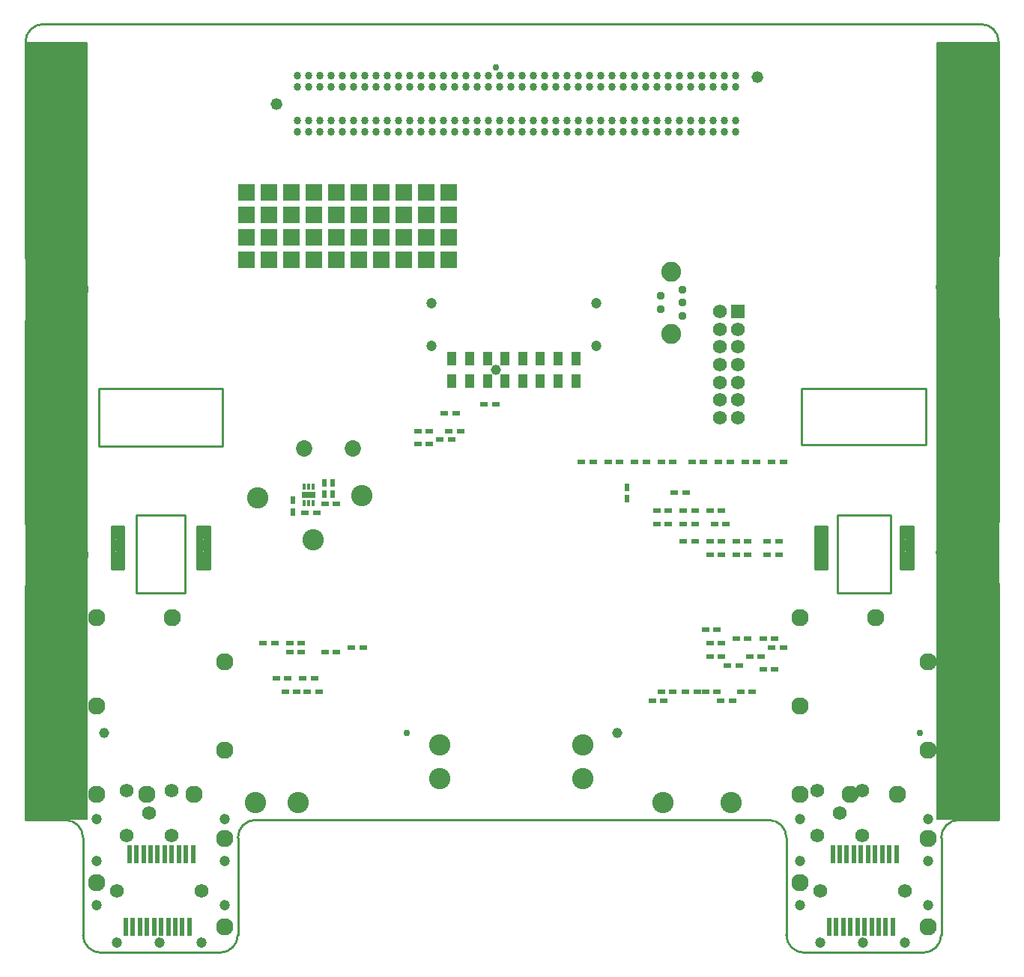
<source format=gbs>
*
*
G04 PADS 9.5 Build Number: 522968 generated Gerber (RS-274-X) file*
G04 PC Version=2.1*
*
%IN "fakeSCROD.pcb"*%
*
%MOIN*%
*
%FSLAX35Y35*%
*
*
*
*
G04 PC Standard Apertures*
*
*
G04 Thermal Relief Aperture macro.*
%AMTER*
1,1,$1,0,0*
1,0,$1-$2,0,0*
21,0,$3,$4,0,0,45*
21,0,$3,$4,0,0,135*
%
*
*
G04 Annular Aperture macro.*
%AMANN*
1,1,$1,0,0*
1,0,$2,0,0*
%
*
*
G04 Odd Aperture macro.*
%AMODD*
1,1,$1,0,0*
1,0,$1-0.005,0,0*
%
*
*
G04 PC Custom Aperture Macros*
*
*
*
*
*
*
G04 PC Aperture Table*
*
%ADD010C,0.001*%
%ADD012C,0.005*%
%ADD013C,0.01*%
%ADD016C,0.095*%
%ADD218C,0.04531*%
%ADD219C,0.02956*%
%ADD220R,0.0335X0.02169*%
%ADD223R,0.02169X0.0335*%
%ADD226R,0.062X0.062*%
%ADD235C,0.062*%
%ADD259C,0.162*%
%ADD270C,0.03743*%
%ADD271C,0.08861*%
%ADD272C,0.07287*%
%ADD273C,0.047*%
%ADD274C,0.077*%
%ADD275C,0.052*%
%ADD279R,0.05987X0.02798*%
%ADD280C,0.04743*%
%ADD281R,0.077X0.077*%
%ADD287R,0.01184X0.03153*%
%ADD290R,0.02169X0.08074*%
%ADD291C,0.01775*%
%ADD292R,0.04137X0.06106*%
%ADD293C,0.034*%
*
*
*
*
G04 PC Circuitry*
G04 Layer Name fakeSCROD.pcb - circuitry*
%LPD*%
*
*
G04 PC Custom Flashes*
G04 Layer Name fakeSCROD.pcb - flashes*
%LPD*%
*
*
G04 PC Circuitry*
G04 Layer Name fakeSCROD.pcb - circuitry*
%LPD*%
*
G54D10*
G54D12*
G01X505762Y100250D02*
X532821D01*
Y446207*
X505762*
Y100250*
X100250D02*
X127309D01*
Y446207*
X100250*
Y100250*
X505762Y445750D02*
X532821D01*
X505762Y445250D02*
X532821D01*
X505762Y444750D02*
X532821D01*
X505762Y444250D02*
X532821D01*
X505762Y443750D02*
X532821D01*
X505762Y443250D02*
X532821D01*
X505762Y442750D02*
X532821D01*
X505762Y442250D02*
X532821D01*
X505762Y441750D02*
X532821D01*
X505762Y441250D02*
X532821D01*
X505762Y440750D02*
X532821D01*
X505762Y440250D02*
X532821D01*
X505762Y439750D02*
X532821D01*
X505762Y439250D02*
X532821D01*
X505762Y438750D02*
X532821D01*
X505762Y438250D02*
X532821D01*
X505762Y437750D02*
X532821D01*
X505762Y437250D02*
X532821D01*
X505762Y436750D02*
X532821D01*
X505762Y436250D02*
X532821D01*
X505762Y435750D02*
X532821D01*
X505762Y435250D02*
X532821D01*
X505762Y434750D02*
X532821D01*
X505762Y434250D02*
X532821D01*
X505762Y433750D02*
X532821D01*
X505762Y433250D02*
X532821D01*
X505762Y432750D02*
X532821D01*
X505762Y432250D02*
X532821D01*
X505762Y431750D02*
X532821D01*
X505762Y431250D02*
X532821D01*
X505762Y430750D02*
X532821D01*
X505762Y430250D02*
X532821D01*
X505762Y429750D02*
X532821D01*
X505762Y429250D02*
X532821D01*
X505762Y428750D02*
X532821D01*
X505762Y428250D02*
X532821D01*
X505762Y427750D02*
X532821D01*
X505762Y427250D02*
X532821D01*
X505762Y426750D02*
X532821D01*
X505762Y426250D02*
X532821D01*
X505762Y425750D02*
X532821D01*
X505762Y425250D02*
X532821D01*
X505762Y424750D02*
X532821D01*
X505762Y424250D02*
X532821D01*
X505762Y423750D02*
X532821D01*
X505762Y423250D02*
X532821D01*
X505762Y422750D02*
X532821D01*
X505762Y422250D02*
X532821D01*
X505762Y421750D02*
X532821D01*
X505762Y421250D02*
X532821D01*
X505762Y420750D02*
X532821D01*
X505762Y420250D02*
X532821D01*
X505762Y419750D02*
X532821D01*
X505762Y419250D02*
X532821D01*
X505762Y418750D02*
X532821D01*
X505762Y418250D02*
X532821D01*
X505762Y417750D02*
X532821D01*
X505762Y417250D02*
X532821D01*
X505762Y416750D02*
X532821D01*
X505762Y416250D02*
X532821D01*
X505762Y415750D02*
X532821D01*
X505762Y415250D02*
X532821D01*
X505762Y414750D02*
X532821D01*
X505762Y414250D02*
X532821D01*
X505762Y413750D02*
X532821D01*
X505762Y413250D02*
X532821D01*
X505762Y412750D02*
X532821D01*
X505762Y412250D02*
X532821D01*
X505762Y411750D02*
X532821D01*
X505762Y411250D02*
X532821D01*
X505762Y410750D02*
X532821D01*
X505762Y410250D02*
X532821D01*
X505762Y409750D02*
X532821D01*
X505762Y409250D02*
X532821D01*
X505762Y408750D02*
X532821D01*
X505762Y408250D02*
X532821D01*
X505762Y407750D02*
X532821D01*
X505762Y407250D02*
X532821D01*
X505762Y406750D02*
X532821D01*
X505762Y406250D02*
X532821D01*
X505762Y405750D02*
X532821D01*
X505762Y405250D02*
X532821D01*
X505762Y404750D02*
X532821D01*
X505762Y404250D02*
X532821D01*
X505762Y403750D02*
X532821D01*
X505762Y403250D02*
X532821D01*
X505762Y402750D02*
X532821D01*
X505762Y402250D02*
X532821D01*
X505762Y401750D02*
X532821D01*
X505762Y401250D02*
X532821D01*
X505762Y400750D02*
X532821D01*
X505762Y400250D02*
X532821D01*
X505762Y399750D02*
X532821D01*
X505762Y399250D02*
X532821D01*
X505762Y398750D02*
X532821D01*
X505762Y398250D02*
X532821D01*
X505762Y397750D02*
X532821D01*
X505762Y397250D02*
X532821D01*
X505762Y396750D02*
X532821D01*
X505762Y396250D02*
X532821D01*
X505762Y395750D02*
X532821D01*
X505762Y395250D02*
X532821D01*
X505762Y394750D02*
X532821D01*
X505762Y394250D02*
X532821D01*
X505762Y393750D02*
X532821D01*
X505762Y393250D02*
X532821D01*
X505762Y392750D02*
X532821D01*
X505762Y392250D02*
X532821D01*
X505762Y391750D02*
X532821D01*
X505762Y391250D02*
X532821D01*
X505762Y390750D02*
X532821D01*
X505762Y390250D02*
X532821D01*
X505762Y389750D02*
X532821D01*
X505762Y389250D02*
X532821D01*
X505762Y388750D02*
X532821D01*
X505762Y388250D02*
X532821D01*
X505762Y387750D02*
X532821D01*
X505762Y387250D02*
X532821D01*
X505762Y386750D02*
X532821D01*
X505762Y386250D02*
X532821D01*
X505762Y385750D02*
X532821D01*
X505762Y385250D02*
X532821D01*
X505762Y384750D02*
X532821D01*
X505762Y384250D02*
X532821D01*
X505762Y383750D02*
X532821D01*
X505762Y383250D02*
X532821D01*
X505762Y382750D02*
X532821D01*
X505762Y382250D02*
X532821D01*
X505762Y381750D02*
X532821D01*
X505762Y381250D02*
X532821D01*
X505762Y380750D02*
X532821D01*
X505762Y380250D02*
X532821D01*
X505762Y379750D02*
X532821D01*
X505762Y379250D02*
X532821D01*
X505762Y378750D02*
X532821D01*
X505762Y378250D02*
X532821D01*
X505762Y377750D02*
X532821D01*
X505762Y377250D02*
X532821D01*
X505762Y376750D02*
X532821D01*
X505762Y376250D02*
X532821D01*
X505762Y375750D02*
X532821D01*
X505762Y375250D02*
X532821D01*
X505762Y374750D02*
X532821D01*
X505762Y374250D02*
X532821D01*
X505762Y373750D02*
X532821D01*
X505762Y373250D02*
X532821D01*
X505762Y372750D02*
X532821D01*
X505762Y372250D02*
X532821D01*
X505762Y371750D02*
X532821D01*
X505762Y371250D02*
X532821D01*
X505762Y370750D02*
X532821D01*
X505762Y370250D02*
X532821D01*
X505762Y369750D02*
X532821D01*
X505762Y369250D02*
X532821D01*
X505762Y368750D02*
X532821D01*
X505762Y368250D02*
X532821D01*
X505762Y367750D02*
X532821D01*
X505762Y367250D02*
X532821D01*
X505762Y366750D02*
X532821D01*
X505762Y366250D02*
X532821D01*
X505762Y365750D02*
X532821D01*
X505762Y365250D02*
X532821D01*
X505762Y364750D02*
X532821D01*
X505762Y364250D02*
X532821D01*
X505762Y363750D02*
X532821D01*
X505762Y363250D02*
X532821D01*
X505762Y362750D02*
X532821D01*
X505762Y362250D02*
X532821D01*
X505762Y361750D02*
X532821D01*
X505762Y361250D02*
X532821D01*
X505762Y360750D02*
X532821D01*
X505762Y360250D02*
X532821D01*
X505762Y359750D02*
X532821D01*
X505762Y359250D02*
X532821D01*
X505762Y358750D02*
X532821D01*
X505762Y358250D02*
X532821D01*
X505762Y357750D02*
X532821D01*
X505762Y357250D02*
X532821D01*
X505762Y356750D02*
X532821D01*
X505762Y356250D02*
X532821D01*
X505762Y355750D02*
X532821D01*
X505762Y355250D02*
X532821D01*
X505762Y354750D02*
X532821D01*
X505762Y354250D02*
X532821D01*
X505762Y353750D02*
X532821D01*
X505762Y353250D02*
X532821D01*
X505762Y352750D02*
X532821D01*
X505762Y352250D02*
X532821D01*
X505762Y351750D02*
X532821D01*
X505762Y351250D02*
X532821D01*
X505762Y350750D02*
X532821D01*
X505762Y350250D02*
X532821D01*
X505762Y349750D02*
X532821D01*
X505762Y349250D02*
X532821D01*
X505762Y348750D02*
X532821D01*
X505762Y348250D02*
X532821D01*
X505762Y347750D02*
X532821D01*
X505762Y347250D02*
X532821D01*
X505762Y346750D02*
X532821D01*
X505762Y346250D02*
X532821D01*
X505762Y345750D02*
X532821D01*
X505762Y345250D02*
X532821D01*
X505762Y344750D02*
X532821D01*
X505762Y344250D02*
X532821D01*
X505762Y343750D02*
X532821D01*
X505762Y343250D02*
X532821D01*
X505762Y342750D02*
X532821D01*
X505762Y342250D02*
X532821D01*
X505762Y341750D02*
X532821D01*
X505762Y341250D02*
X532821D01*
X505762Y340750D02*
X532821D01*
X505762Y340250D02*
X532821D01*
X505762Y339750D02*
X532821D01*
X505762Y339250D02*
X532821D01*
X505762Y338750D02*
X532821D01*
X505762Y338250D02*
X532821D01*
X505762Y337750D02*
X532821D01*
X505762Y337250D02*
X532821D01*
X505762Y336750D02*
X532821D01*
X505762Y336250D02*
X532821D01*
X505762Y335750D02*
X532821D01*
X505762Y335250D02*
X532821D01*
X505762Y334750D02*
X532821D01*
X505762Y334250D02*
X532821D01*
X505762Y333750D02*
X532821D01*
X505762Y333250D02*
X532821D01*
X505762Y332750D02*
X532821D01*
X505762Y332250D02*
X532821D01*
X505762Y331750D02*
X532821D01*
X505762Y331250D02*
X532821D01*
X505762Y330750D02*
X532821D01*
X505762Y330250D02*
X532821D01*
X505762Y329750D02*
X532821D01*
X505762Y329250D02*
X532821D01*
X505762Y328750D02*
X532821D01*
X505762Y328250D02*
X532821D01*
X505762Y327750D02*
X532821D01*
X505762Y327250D02*
X532821D01*
X505762Y326750D02*
X532821D01*
X505762Y326250D02*
X532821D01*
X505762Y325750D02*
X532821D01*
X505762Y325250D02*
X532821D01*
X505762Y324750D02*
X532821D01*
X505762Y324250D02*
X532821D01*
X505762Y323750D02*
X532821D01*
X505762Y323250D02*
X532821D01*
X505762Y322750D02*
X532821D01*
X505762Y322250D02*
X532821D01*
X505762Y321750D02*
X532821D01*
X505762Y321250D02*
X532821D01*
X505762Y320750D02*
X532821D01*
X505762Y320250D02*
X532821D01*
X505762Y319750D02*
X532821D01*
X505762Y319250D02*
X532821D01*
X505762Y318750D02*
X532821D01*
X505762Y318250D02*
X532821D01*
X505762Y317750D02*
X532821D01*
X505762Y317250D02*
X532821D01*
X505762Y316750D02*
X532821D01*
X505762Y316250D02*
X532821D01*
X505762Y315750D02*
X532821D01*
X505762Y315250D02*
X532821D01*
X505762Y314750D02*
X532821D01*
X505762Y314250D02*
X532821D01*
X505762Y313750D02*
X532821D01*
X505762Y313250D02*
X532821D01*
X505762Y312750D02*
X532821D01*
X505762Y312250D02*
X532821D01*
X505762Y311750D02*
X532821D01*
X505762Y311250D02*
X532821D01*
X505762Y310750D02*
X532821D01*
X505762Y310250D02*
X532821D01*
X505762Y309750D02*
X532821D01*
X505762Y309250D02*
X532821D01*
X505762Y308750D02*
X532821D01*
X505762Y308250D02*
X532821D01*
X505762Y307750D02*
X532821D01*
X505762Y307250D02*
X532821D01*
X505762Y306750D02*
X532821D01*
X505762Y306250D02*
X532821D01*
X505762Y305750D02*
X532821D01*
X505762Y305250D02*
X532821D01*
X505762Y304750D02*
X532821D01*
X505762Y304250D02*
X532821D01*
X505762Y303750D02*
X532821D01*
X505762Y303250D02*
X532821D01*
X505762Y302750D02*
X532821D01*
X505762Y302250D02*
X532821D01*
X505762Y301750D02*
X532821D01*
X505762Y301250D02*
X532821D01*
X505762Y300750D02*
X532821D01*
X505762Y300250D02*
X532821D01*
X505762Y299750D02*
X532821D01*
X505762Y299250D02*
X532821D01*
X505762Y298750D02*
X532821D01*
X505762Y298250D02*
X532821D01*
X505762Y297750D02*
X532821D01*
X505762Y297250D02*
X532821D01*
X505762Y296750D02*
X532821D01*
X505762Y296250D02*
X532821D01*
X505762Y295750D02*
X532821D01*
X505762Y295250D02*
X532821D01*
X505762Y294750D02*
X532821D01*
X505762Y294250D02*
X532821D01*
X505762Y293750D02*
X532821D01*
X505762Y293250D02*
X532821D01*
X505762Y292750D02*
X532821D01*
X505762Y292250D02*
X532821D01*
X505762Y291750D02*
X532821D01*
X505762Y291250D02*
X532821D01*
X505762Y290750D02*
X532821D01*
X505762Y290250D02*
X532821D01*
X505762Y289750D02*
X532821D01*
X505762Y289250D02*
X532821D01*
X505762Y288750D02*
X532821D01*
X505762Y288250D02*
X532821D01*
X505762Y287750D02*
X532821D01*
X505762Y287250D02*
X532821D01*
X505762Y286750D02*
X532821D01*
X505762Y286250D02*
X532821D01*
X505762Y285750D02*
X532821D01*
X505762Y285250D02*
X532821D01*
X505762Y284750D02*
X532821D01*
X505762Y284250D02*
X532821D01*
X505762Y283750D02*
X532821D01*
X505762Y283250D02*
X532821D01*
X505762Y282750D02*
X532821D01*
X505762Y282250D02*
X532821D01*
X505762Y281750D02*
X532821D01*
X505762Y281250D02*
X532821D01*
X505762Y280750D02*
X532821D01*
X505762Y280250D02*
X532821D01*
X505762Y279750D02*
X532821D01*
X505762Y279250D02*
X532821D01*
X505762Y278750D02*
X532821D01*
X505762Y278250D02*
X532821D01*
X505762Y277750D02*
X532821D01*
X505762Y277250D02*
X532821D01*
X505762Y276750D02*
X532821D01*
X505762Y276250D02*
X532821D01*
X505762Y275750D02*
X532821D01*
X505762Y275250D02*
X532821D01*
X505762Y274750D02*
X532821D01*
X505762Y274250D02*
X532821D01*
X505762Y273750D02*
X532821D01*
X505762Y273250D02*
X532821D01*
X505762Y272750D02*
X532821D01*
X505762Y272250D02*
X532821D01*
X505762Y271750D02*
X532821D01*
X505762Y271250D02*
X532821D01*
X505762Y270750D02*
X532821D01*
X505762Y270250D02*
X532821D01*
X505762Y269750D02*
X532821D01*
X505762Y269250D02*
X532821D01*
X505762Y268750D02*
X532821D01*
X505762Y268250D02*
X532821D01*
X505762Y267750D02*
X532821D01*
X505762Y267250D02*
X532821D01*
X505762Y266750D02*
X532821D01*
X505762Y266250D02*
X532821D01*
X505762Y265750D02*
X532821D01*
X505762Y265250D02*
X532821D01*
X505762Y264750D02*
X532821D01*
X505762Y264250D02*
X532821D01*
X505762Y263750D02*
X532821D01*
X505762Y263250D02*
X532821D01*
X505762Y262750D02*
X532821D01*
X505762Y262250D02*
X532821D01*
X505762Y261750D02*
X532821D01*
X505762Y261250D02*
X532821D01*
X505762Y260750D02*
X532821D01*
X505762Y260250D02*
X532821D01*
X505762Y259750D02*
X532821D01*
X505762Y259250D02*
X532821D01*
X505762Y258750D02*
X532821D01*
X505762Y258250D02*
X532821D01*
X505762Y257750D02*
X532821D01*
X505762Y257250D02*
X532821D01*
X505762Y256750D02*
X532821D01*
X505762Y256250D02*
X532821D01*
X505762Y255750D02*
X532821D01*
X505762Y255250D02*
X532821D01*
X505762Y254750D02*
X532821D01*
X505762Y254250D02*
X532821D01*
X505762Y253750D02*
X532821D01*
X505762Y253250D02*
X532821D01*
X505762Y252750D02*
X532821D01*
X505762Y252250D02*
X532821D01*
X505762Y251750D02*
X532821D01*
X505762Y251250D02*
X532821D01*
X505762Y250750D02*
X532821D01*
X505762Y250250D02*
X532821D01*
X505762Y249750D02*
X532821D01*
X505762Y249250D02*
X532821D01*
X505762Y248750D02*
X532821D01*
X505762Y248250D02*
X532821D01*
X505762Y247750D02*
X532821D01*
X505762Y247250D02*
X532821D01*
X505762Y246750D02*
X532821D01*
X505762Y246250D02*
X532821D01*
X505762Y245750D02*
X532821D01*
X505762Y245250D02*
X532821D01*
X505762Y244750D02*
X532821D01*
X505762Y244250D02*
X532821D01*
X505762Y243750D02*
X532821D01*
X505762Y243250D02*
X532821D01*
X505762Y242750D02*
X532821D01*
X505762Y242250D02*
X532821D01*
X505762Y241750D02*
X532821D01*
X505762Y241250D02*
X532821D01*
X505762Y240750D02*
X532821D01*
X505762Y240250D02*
X532821D01*
X505762Y239750D02*
X532821D01*
X505762Y239250D02*
X532821D01*
X505762Y238750D02*
X532821D01*
X505762Y238250D02*
X532821D01*
X505762Y237750D02*
X532821D01*
X505762Y237250D02*
X532821D01*
X505762Y236750D02*
X532821D01*
X505762Y236250D02*
X532821D01*
X505762Y235750D02*
X532821D01*
X505762Y235250D02*
X532821D01*
X505762Y234750D02*
X532821D01*
X505762Y234250D02*
X532821D01*
X505762Y233750D02*
X532821D01*
X505762Y233250D02*
X532821D01*
X505762Y232750D02*
X532821D01*
X505762Y232250D02*
X532821D01*
X505762Y231750D02*
X532821D01*
X505762Y231250D02*
X532821D01*
X505762Y230750D02*
X532821D01*
X505762Y230250D02*
X532821D01*
X505762Y229750D02*
X532821D01*
X505762Y229250D02*
X532821D01*
X505762Y228750D02*
X532821D01*
X505762Y228250D02*
X532821D01*
X505762Y227750D02*
X532821D01*
X505762Y227250D02*
X532821D01*
X505762Y226750D02*
X532821D01*
X505762Y226250D02*
X532821D01*
X505762Y225750D02*
X532821D01*
X505762Y225250D02*
X532821D01*
X505762Y224750D02*
X532821D01*
X505762Y224250D02*
X532821D01*
X505762Y223750D02*
X532821D01*
X505762Y223250D02*
X532821D01*
X505762Y222750D02*
X532821D01*
X505762Y222250D02*
X532821D01*
X505762Y221750D02*
X532821D01*
X505762Y221250D02*
X532821D01*
X505762Y220750D02*
X532821D01*
X505762Y220250D02*
X532821D01*
X505762Y219750D02*
X532821D01*
X505762Y219250D02*
X532821D01*
X505762Y218750D02*
X532821D01*
X505762Y218250D02*
X532821D01*
X505762Y217750D02*
X532821D01*
X505762Y217250D02*
X532821D01*
X505762Y216750D02*
X532821D01*
X505762Y216250D02*
X532821D01*
X505762Y215750D02*
X532821D01*
X505762Y215250D02*
X532821D01*
X505762Y214750D02*
X532821D01*
X505762Y214250D02*
X532821D01*
X505762Y213750D02*
X532821D01*
X505762Y213250D02*
X532821D01*
X505762Y212750D02*
X532821D01*
X505762Y212250D02*
X532821D01*
X505762Y211750D02*
X532821D01*
X505762Y211250D02*
X532821D01*
X505762Y210750D02*
X532821D01*
X505762Y210250D02*
X532821D01*
X505762Y209750D02*
X532821D01*
X505762Y209250D02*
X532821D01*
X505762Y208750D02*
X532821D01*
X505762Y208250D02*
X532821D01*
X505762Y207750D02*
X532821D01*
X505762Y207250D02*
X532821D01*
X505762Y206750D02*
X532821D01*
X505762Y206250D02*
X532821D01*
X505762Y205750D02*
X532821D01*
X505762Y205250D02*
X532821D01*
X505762Y204750D02*
X532821D01*
X505762Y204250D02*
X532821D01*
X505762Y203750D02*
X532821D01*
X505762Y203250D02*
X532821D01*
X505762Y202750D02*
X532821D01*
X505762Y202250D02*
X532821D01*
X505762Y201750D02*
X532821D01*
X505762Y201250D02*
X532821D01*
X505762Y200750D02*
X532821D01*
X505762Y200250D02*
X532821D01*
X505762Y199750D02*
X532821D01*
X505762Y199250D02*
X532821D01*
X505762Y198750D02*
X532821D01*
X505762Y198250D02*
X532821D01*
X505762Y197750D02*
X532821D01*
X505762Y197250D02*
X532821D01*
X505762Y196750D02*
X532821D01*
X505762Y196250D02*
X532821D01*
X505762Y195750D02*
X532821D01*
X505762Y195250D02*
X532821D01*
X505762Y194750D02*
X532821D01*
X505762Y194250D02*
X532821D01*
X505762Y193750D02*
X532821D01*
X505762Y193250D02*
X532821D01*
X505762Y192750D02*
X532821D01*
X505762Y192250D02*
X532821D01*
X505762Y191750D02*
X532821D01*
X505762Y191250D02*
X532821D01*
X505762Y190750D02*
X532821D01*
X505762Y190250D02*
X532821D01*
X505762Y189750D02*
X532821D01*
X505762Y189250D02*
X532821D01*
X505762Y188750D02*
X532821D01*
X505762Y188250D02*
X532821D01*
X505762Y187750D02*
X532821D01*
X505762Y187250D02*
X532821D01*
X505762Y186750D02*
X532821D01*
X505762Y186250D02*
X532821D01*
X505762Y185750D02*
X532821D01*
X505762Y185250D02*
X532821D01*
X505762Y184750D02*
X532821D01*
X505762Y184250D02*
X532821D01*
X505762Y183750D02*
X532821D01*
X505762Y183250D02*
X532821D01*
X505762Y182750D02*
X532821D01*
X505762Y182250D02*
X532821D01*
X505762Y181750D02*
X532821D01*
X505762Y181250D02*
X532821D01*
X505762Y180750D02*
X532821D01*
X505762Y180250D02*
X532821D01*
X505762Y179750D02*
X532821D01*
X505762Y179250D02*
X532821D01*
X505762Y178750D02*
X532821D01*
X505762Y178250D02*
X532821D01*
X505762Y177750D02*
X532821D01*
X505762Y177250D02*
X532821D01*
X505762Y176750D02*
X532821D01*
X505762Y176250D02*
X532821D01*
X505762Y175750D02*
X532821D01*
X505762Y175250D02*
X532821D01*
X505762Y174750D02*
X532821D01*
X505762Y174250D02*
X532821D01*
X505762Y173750D02*
X532821D01*
X505762Y173250D02*
X532821D01*
X505762Y172750D02*
X532821D01*
X505762Y172250D02*
X532821D01*
X505762Y171750D02*
X532821D01*
X505762Y171250D02*
X532821D01*
X505762Y170750D02*
X532821D01*
X505762Y170250D02*
X532821D01*
X505762Y169750D02*
X532821D01*
X505762Y169250D02*
X532821D01*
X505762Y168750D02*
X532821D01*
X505762Y168250D02*
X532821D01*
X505762Y167750D02*
X532821D01*
X505762Y167250D02*
X532821D01*
X505762Y166750D02*
X532821D01*
X505762Y166250D02*
X532821D01*
X505762Y165750D02*
X532821D01*
X505762Y165250D02*
X532821D01*
X505762Y164750D02*
X532821D01*
X505762Y164250D02*
X532821D01*
X505762Y163750D02*
X532821D01*
X505762Y163250D02*
X532821D01*
X505762Y162750D02*
X532821D01*
X505762Y162250D02*
X532821D01*
X505762Y161750D02*
X532821D01*
X505762Y161250D02*
X532821D01*
X505762Y160750D02*
X532821D01*
X505762Y160250D02*
X532821D01*
X505762Y159750D02*
X532821D01*
X505762Y159250D02*
X532821D01*
X505762Y158750D02*
X532821D01*
X505762Y158250D02*
X532821D01*
X505762Y157750D02*
X532821D01*
X505762Y157250D02*
X532821D01*
X505762Y156750D02*
X532821D01*
X505762Y156250D02*
X532821D01*
X505762Y155750D02*
X532821D01*
X505762Y155250D02*
X532821D01*
X505762Y154750D02*
X532821D01*
X505762Y154250D02*
X532821D01*
X505762Y153750D02*
X532821D01*
X505762Y153250D02*
X532821D01*
X505762Y152750D02*
X532821D01*
X505762Y152250D02*
X532821D01*
X505762Y151750D02*
X532821D01*
X505762Y151250D02*
X532821D01*
X505762Y150750D02*
X532821D01*
X505762Y150250D02*
X532821D01*
X505762Y149750D02*
X532821D01*
X505762Y149250D02*
X532821D01*
X505762Y148750D02*
X532821D01*
X505762Y148250D02*
X532821D01*
X505762Y147750D02*
X532821D01*
X505762Y147250D02*
X532821D01*
X505762Y146750D02*
X532821D01*
X505762Y146250D02*
X532821D01*
X505762Y145750D02*
X532821D01*
X505762Y145250D02*
X532821D01*
X505762Y144750D02*
X532821D01*
X505762Y144250D02*
X532821D01*
X505762Y143750D02*
X532821D01*
X505762Y143250D02*
X532821D01*
X505762Y142750D02*
X532821D01*
X505762Y142250D02*
X532821D01*
X505762Y141750D02*
X532821D01*
X505762Y141250D02*
X532821D01*
X505762Y140750D02*
X532821D01*
X505762Y140250D02*
X532821D01*
X505762Y139750D02*
X532821D01*
X505762Y139250D02*
X532821D01*
X505762Y138750D02*
X532821D01*
X505762Y138250D02*
X532821D01*
X505762Y137750D02*
X532821D01*
X505762Y137250D02*
X532821D01*
X505762Y136750D02*
X532821D01*
X505762Y136250D02*
X532821D01*
X505762Y135750D02*
X532821D01*
X505762Y135250D02*
X532821D01*
X505762Y134750D02*
X532821D01*
X505762Y134250D02*
X532821D01*
X505762Y133750D02*
X532821D01*
X505762Y133250D02*
X532821D01*
X505762Y132750D02*
X532821D01*
X505762Y132250D02*
X532821D01*
X505762Y131750D02*
X532821D01*
X505762Y131250D02*
X532821D01*
X505762Y130750D02*
X532821D01*
X505762Y130250D02*
X532821D01*
X505762Y129750D02*
X532821D01*
X505762Y129250D02*
X532821D01*
X505762Y128750D02*
X532821D01*
X505762Y128250D02*
X532821D01*
X505762Y127750D02*
X532821D01*
X505762Y127250D02*
X532821D01*
X505762Y126750D02*
X532821D01*
X505762Y126250D02*
X532821D01*
X505762Y125750D02*
X532821D01*
X505762Y125250D02*
X532821D01*
X505762Y124750D02*
X532821D01*
X505762Y124250D02*
X532821D01*
X505762Y123750D02*
X532821D01*
X505762Y123250D02*
X532821D01*
X505762Y122750D02*
X532821D01*
X505762Y122250D02*
X532821D01*
X505762Y121750D02*
X532821D01*
X505762Y121250D02*
X532821D01*
X505762Y120750D02*
X532821D01*
X505762Y120250D02*
X532821D01*
X505762Y119750D02*
X532821D01*
X505762Y119250D02*
X532821D01*
X505762Y118750D02*
X532821D01*
X505762Y118250D02*
X532821D01*
X505762Y117750D02*
X532821D01*
X505762Y117250D02*
X532821D01*
X505762Y116750D02*
X532821D01*
X505762Y116250D02*
X532821D01*
X505762Y115750D02*
X532821D01*
X505762Y115250D02*
X532821D01*
X505762Y114750D02*
X532821D01*
X505762Y114250D02*
X532821D01*
X505762Y113750D02*
X532821D01*
X505762Y113250D02*
X532821D01*
X505762Y112750D02*
X532821D01*
X505762Y112250D02*
X532821D01*
X505762Y111750D02*
X532821D01*
X505762Y111250D02*
X532821D01*
X505762Y110750D02*
X532821D01*
X505762Y110250D02*
X532821D01*
X505762Y109750D02*
X532821D01*
X505762Y109250D02*
X532821D01*
X505762Y108750D02*
X532821D01*
X505762Y108250D02*
X532821D01*
X505762Y107750D02*
X532821D01*
X505762Y107250D02*
X532821D01*
X505762Y106750D02*
X532821D01*
X505762Y106250D02*
X532821D01*
X505762Y105750D02*
X532821D01*
X505762Y105250D02*
X532821D01*
X505762Y104750D02*
X532821D01*
X505762Y104250D02*
X532821D01*
X505762Y103750D02*
X532821D01*
X505762Y103250D02*
X532821D01*
X505762Y102750D02*
X532821D01*
X505762Y102250D02*
X532821D01*
X505762Y101750D02*
X532821D01*
X505762Y101250D02*
X532821D01*
X505762Y100750D02*
X532821D01*
X505762Y100250D02*
Y446207D01*
X506262Y100250D02*
Y446207D01*
X506762Y100250D02*
Y446207D01*
X507262Y100250D02*
Y446207D01*
X507762Y100250D02*
Y446207D01*
X508262Y100250D02*
Y446207D01*
X508762Y100250D02*
Y446207D01*
X509262Y100250D02*
Y446207D01*
X509762Y100250D02*
Y446207D01*
X510262Y100250D02*
Y446207D01*
X510762Y100250D02*
Y446207D01*
X511262Y100250D02*
Y446207D01*
X511762Y100250D02*
Y446207D01*
X512262Y100250D02*
Y446207D01*
X512762Y100250D02*
Y446207D01*
X513262Y100250D02*
Y446207D01*
X513762Y100250D02*
Y446207D01*
X514262Y100250D02*
Y446207D01*
X514762Y100250D02*
Y446207D01*
X515262Y100250D02*
Y446207D01*
X515762Y100250D02*
Y446207D01*
X516262Y100250D02*
Y446207D01*
X516762Y100250D02*
Y446207D01*
X517262Y100250D02*
Y446207D01*
X517762Y100250D02*
Y446207D01*
X518262Y100250D02*
Y446207D01*
X518762Y100250D02*
Y446207D01*
X519262Y100250D02*
Y446207D01*
X519762Y100250D02*
Y446207D01*
X520262Y100250D02*
Y446207D01*
X520762Y100250D02*
Y446207D01*
X521262Y100250D02*
Y446207D01*
X521762Y100250D02*
Y446207D01*
X522262Y100250D02*
Y446207D01*
X522762Y100250D02*
Y446207D01*
X523262Y100250D02*
Y446207D01*
X523762Y100250D02*
Y446207D01*
X524262Y100250D02*
Y446207D01*
X524762Y100250D02*
Y446207D01*
X525262Y100250D02*
Y446207D01*
X525762Y100250D02*
Y446207D01*
X526262Y100250D02*
Y446207D01*
X526762Y100250D02*
Y446207D01*
X527262Y100250D02*
Y446207D01*
X527762Y100250D02*
Y446207D01*
X528262Y100250D02*
Y446207D01*
X528762Y100250D02*
Y446207D01*
X529262Y100250D02*
Y446207D01*
X529762Y100250D02*
Y446207D01*
X530262Y100250D02*
Y446207D01*
X530762Y100250D02*
Y446207D01*
X531262Y100250D02*
Y446207D01*
X531762Y100250D02*
Y446207D01*
X532262Y100250D02*
Y446207D01*
X532762Y100250D02*
Y446207D01*
X100250Y445750D02*
X127309D01*
X100250Y445250D02*
X127309D01*
X100250Y444750D02*
X127309D01*
X100250Y444250D02*
X127309D01*
X100250Y443750D02*
X127309D01*
X100250Y443250D02*
X127309D01*
X100250Y442750D02*
X127309D01*
X100250Y442250D02*
X127309D01*
X100250Y441750D02*
X127309D01*
X100250Y441250D02*
X127309D01*
X100250Y440750D02*
X127309D01*
X100250Y440250D02*
X127309D01*
X100250Y439750D02*
X127309D01*
X100250Y439250D02*
X127309D01*
X100250Y438750D02*
X127309D01*
X100250Y438250D02*
X127309D01*
X100250Y437750D02*
X127309D01*
X100250Y437250D02*
X127309D01*
X100250Y436750D02*
X127309D01*
X100250Y436250D02*
X127309D01*
X100250Y435750D02*
X127309D01*
X100250Y435250D02*
X127309D01*
X100250Y434750D02*
X127309D01*
X100250Y434250D02*
X127309D01*
X100250Y433750D02*
X127309D01*
X100250Y433250D02*
X127309D01*
X100250Y432750D02*
X127309D01*
X100250Y432250D02*
X127309D01*
X100250Y431750D02*
X127309D01*
X100250Y431250D02*
X127309D01*
X100250Y430750D02*
X127309D01*
X100250Y430250D02*
X127309D01*
X100250Y429750D02*
X127309D01*
X100250Y429250D02*
X127309D01*
X100250Y428750D02*
X127309D01*
X100250Y428250D02*
X127309D01*
X100250Y427750D02*
X127309D01*
X100250Y427250D02*
X127309D01*
X100250Y426750D02*
X127309D01*
X100250Y426250D02*
X127309D01*
X100250Y425750D02*
X127309D01*
X100250Y425250D02*
X127309D01*
X100250Y424750D02*
X127309D01*
X100250Y424250D02*
X127309D01*
X100250Y423750D02*
X127309D01*
X100250Y423250D02*
X127309D01*
X100250Y422750D02*
X127309D01*
X100250Y422250D02*
X127309D01*
X100250Y421750D02*
X127309D01*
X100250Y421250D02*
X127309D01*
X100250Y420750D02*
X127309D01*
X100250Y420250D02*
X127309D01*
X100250Y419750D02*
X127309D01*
X100250Y419250D02*
X127309D01*
X100250Y418750D02*
X127309D01*
X100250Y418250D02*
X127309D01*
X100250Y417750D02*
X127309D01*
X100250Y417250D02*
X127309D01*
X100250Y416750D02*
X127309D01*
X100250Y416250D02*
X127309D01*
X100250Y415750D02*
X127309D01*
X100250Y415250D02*
X127309D01*
X100250Y414750D02*
X127309D01*
X100250Y414250D02*
X127309D01*
X100250Y413750D02*
X127309D01*
X100250Y413250D02*
X127309D01*
X100250Y412750D02*
X127309D01*
X100250Y412250D02*
X127309D01*
X100250Y411750D02*
X127309D01*
X100250Y411250D02*
X127309D01*
X100250Y410750D02*
X127309D01*
X100250Y410250D02*
X127309D01*
X100250Y409750D02*
X127309D01*
X100250Y409250D02*
X127309D01*
X100250Y408750D02*
X127309D01*
X100250Y408250D02*
X127309D01*
X100250Y407750D02*
X127309D01*
X100250Y407250D02*
X127309D01*
X100250Y406750D02*
X127309D01*
X100250Y406250D02*
X127309D01*
X100250Y405750D02*
X127309D01*
X100250Y405250D02*
X127309D01*
X100250Y404750D02*
X127309D01*
X100250Y404250D02*
X127309D01*
X100250Y403750D02*
X127309D01*
X100250Y403250D02*
X127309D01*
X100250Y402750D02*
X127309D01*
X100250Y402250D02*
X127309D01*
X100250Y401750D02*
X127309D01*
X100250Y401250D02*
X127309D01*
X100250Y400750D02*
X127309D01*
X100250Y400250D02*
X127309D01*
X100250Y399750D02*
X127309D01*
X100250Y399250D02*
X127309D01*
X100250Y398750D02*
X127309D01*
X100250Y398250D02*
X127309D01*
X100250Y397750D02*
X127309D01*
X100250Y397250D02*
X127309D01*
X100250Y396750D02*
X127309D01*
X100250Y396250D02*
X127309D01*
X100250Y395750D02*
X127309D01*
X100250Y395250D02*
X127309D01*
X100250Y394750D02*
X127309D01*
X100250Y394250D02*
X127309D01*
X100250Y393750D02*
X127309D01*
X100250Y393250D02*
X127309D01*
X100250Y392750D02*
X127309D01*
X100250Y392250D02*
X127309D01*
X100250Y391750D02*
X127309D01*
X100250Y391250D02*
X127309D01*
X100250Y390750D02*
X127309D01*
X100250Y390250D02*
X127309D01*
X100250Y389750D02*
X127309D01*
X100250Y389250D02*
X127309D01*
X100250Y388750D02*
X127309D01*
X100250Y388250D02*
X127309D01*
X100250Y387750D02*
X127309D01*
X100250Y387250D02*
X127309D01*
X100250Y386750D02*
X127309D01*
X100250Y386250D02*
X127309D01*
X100250Y385750D02*
X127309D01*
X100250Y385250D02*
X127309D01*
X100250Y384750D02*
X127309D01*
X100250Y384250D02*
X127309D01*
X100250Y383750D02*
X127309D01*
X100250Y383250D02*
X127309D01*
X100250Y382750D02*
X127309D01*
X100250Y382250D02*
X127309D01*
X100250Y381750D02*
X127309D01*
X100250Y381250D02*
X127309D01*
X100250Y380750D02*
X127309D01*
X100250Y380250D02*
X127309D01*
X100250Y379750D02*
X127309D01*
X100250Y379250D02*
X127309D01*
X100250Y378750D02*
X127309D01*
X100250Y378250D02*
X127309D01*
X100250Y377750D02*
X127309D01*
X100250Y377250D02*
X127309D01*
X100250Y376750D02*
X127309D01*
X100250Y376250D02*
X127309D01*
X100250Y375750D02*
X127309D01*
X100250Y375250D02*
X127309D01*
X100250Y374750D02*
X127309D01*
X100250Y374250D02*
X127309D01*
X100250Y373750D02*
X127309D01*
X100250Y373250D02*
X127309D01*
X100250Y372750D02*
X127309D01*
X100250Y372250D02*
X127309D01*
X100250Y371750D02*
X127309D01*
X100250Y371250D02*
X127309D01*
X100250Y370750D02*
X127309D01*
X100250Y370250D02*
X127309D01*
X100250Y369750D02*
X127309D01*
X100250Y369250D02*
X127309D01*
X100250Y368750D02*
X127309D01*
X100250Y368250D02*
X127309D01*
X100250Y367750D02*
X127309D01*
X100250Y367250D02*
X127309D01*
X100250Y366750D02*
X127309D01*
X100250Y366250D02*
X127309D01*
X100250Y365750D02*
X127309D01*
X100250Y365250D02*
X127309D01*
X100250Y364750D02*
X127309D01*
X100250Y364250D02*
X127309D01*
X100250Y363750D02*
X127309D01*
X100250Y363250D02*
X127309D01*
X100250Y362750D02*
X127309D01*
X100250Y362250D02*
X127309D01*
X100250Y361750D02*
X127309D01*
X100250Y361250D02*
X127309D01*
X100250Y360750D02*
X127309D01*
X100250Y360250D02*
X127309D01*
X100250Y359750D02*
X127309D01*
X100250Y359250D02*
X127309D01*
X100250Y358750D02*
X127309D01*
X100250Y358250D02*
X127309D01*
X100250Y357750D02*
X127309D01*
X100250Y357250D02*
X127309D01*
X100250Y356750D02*
X127309D01*
X100250Y356250D02*
X127309D01*
X100250Y355750D02*
X127309D01*
X100250Y355250D02*
X127309D01*
X100250Y354750D02*
X127309D01*
X100250Y354250D02*
X127309D01*
X100250Y353750D02*
X127309D01*
X100250Y353250D02*
X127309D01*
X100250Y352750D02*
X127309D01*
X100250Y352250D02*
X127309D01*
X100250Y351750D02*
X127309D01*
X100250Y351250D02*
X127309D01*
X100250Y350750D02*
X127309D01*
X100250Y350250D02*
X127309D01*
X100250Y349750D02*
X127309D01*
X100250Y349250D02*
X127309D01*
X100250Y348750D02*
X127309D01*
X100250Y348250D02*
X127309D01*
X100250Y347750D02*
X127309D01*
X100250Y347250D02*
X127309D01*
X100250Y346750D02*
X127309D01*
X100250Y346250D02*
X127309D01*
X100250Y345750D02*
X127309D01*
X100250Y345250D02*
X127309D01*
X100250Y344750D02*
X127309D01*
X100250Y344250D02*
X127309D01*
X100250Y343750D02*
X127309D01*
X100250Y343250D02*
X127309D01*
X100250Y342750D02*
X127309D01*
X100250Y342250D02*
X127309D01*
X100250Y341750D02*
X127309D01*
X100250Y341250D02*
X127309D01*
X100250Y340750D02*
X127309D01*
X100250Y340250D02*
X127309D01*
X100250Y339750D02*
X127309D01*
X100250Y339250D02*
X127309D01*
X100250Y338750D02*
X127309D01*
X100250Y338250D02*
X127309D01*
X100250Y337750D02*
X127309D01*
X100250Y337250D02*
X127309D01*
X100250Y336750D02*
X127309D01*
X100250Y336250D02*
X127309D01*
X100250Y335750D02*
X127309D01*
X100250Y335250D02*
X127309D01*
X100250Y334750D02*
X127309D01*
X100250Y334250D02*
X127309D01*
X100250Y333750D02*
X127309D01*
X100250Y333250D02*
X127309D01*
X100250Y332750D02*
X127309D01*
X100250Y332250D02*
X127309D01*
X100250Y331750D02*
X127309D01*
X100250Y331250D02*
X127309D01*
X100250Y330750D02*
X127309D01*
X100250Y330250D02*
X127309D01*
X100250Y329750D02*
X127309D01*
X100250Y329250D02*
X127309D01*
X100250Y328750D02*
X127309D01*
X100250Y328250D02*
X127309D01*
X100250Y327750D02*
X127309D01*
X100250Y327250D02*
X127309D01*
X100250Y326750D02*
X127309D01*
X100250Y326250D02*
X127309D01*
X100250Y325750D02*
X127309D01*
X100250Y325250D02*
X127309D01*
X100250Y324750D02*
X127309D01*
X100250Y324250D02*
X127309D01*
X100250Y323750D02*
X127309D01*
X100250Y323250D02*
X127309D01*
X100250Y322750D02*
X127309D01*
X100250Y322250D02*
X127309D01*
X100250Y321750D02*
X127309D01*
X100250Y321250D02*
X127309D01*
X100250Y320750D02*
X127309D01*
X100250Y320250D02*
X127309D01*
X100250Y319750D02*
X127309D01*
X100250Y319250D02*
X127309D01*
X100250Y318750D02*
X127309D01*
X100250Y318250D02*
X127309D01*
X100250Y317750D02*
X127309D01*
X100250Y317250D02*
X127309D01*
X100250Y316750D02*
X127309D01*
X100250Y316250D02*
X127309D01*
X100250Y315750D02*
X127309D01*
X100250Y315250D02*
X127309D01*
X100250Y314750D02*
X127309D01*
X100250Y314250D02*
X127309D01*
X100250Y313750D02*
X127309D01*
X100250Y313250D02*
X127309D01*
X100250Y312750D02*
X127309D01*
X100250Y312250D02*
X127309D01*
X100250Y311750D02*
X127309D01*
X100250Y311250D02*
X127309D01*
X100250Y310750D02*
X127309D01*
X100250Y310250D02*
X127309D01*
X100250Y309750D02*
X127309D01*
X100250Y309250D02*
X127309D01*
X100250Y308750D02*
X127309D01*
X100250Y308250D02*
X127309D01*
X100250Y307750D02*
X127309D01*
X100250Y307250D02*
X127309D01*
X100250Y306750D02*
X127309D01*
X100250Y306250D02*
X127309D01*
X100250Y305750D02*
X127309D01*
X100250Y305250D02*
X127309D01*
X100250Y304750D02*
X127309D01*
X100250Y304250D02*
X127309D01*
X100250Y303750D02*
X127309D01*
X100250Y303250D02*
X127309D01*
X100250Y302750D02*
X127309D01*
X100250Y302250D02*
X127309D01*
X100250Y301750D02*
X127309D01*
X100250Y301250D02*
X127309D01*
X100250Y300750D02*
X127309D01*
X100250Y300250D02*
X127309D01*
X100250Y299750D02*
X127309D01*
X100250Y299250D02*
X127309D01*
X100250Y298750D02*
X127309D01*
X100250Y298250D02*
X127309D01*
X100250Y297750D02*
X127309D01*
X100250Y297250D02*
X127309D01*
X100250Y296750D02*
X127309D01*
X100250Y296250D02*
X127309D01*
X100250Y295750D02*
X127309D01*
X100250Y295250D02*
X127309D01*
X100250Y294750D02*
X127309D01*
X100250Y294250D02*
X127309D01*
X100250Y293750D02*
X127309D01*
X100250Y293250D02*
X127309D01*
X100250Y292750D02*
X127309D01*
X100250Y292250D02*
X127309D01*
X100250Y291750D02*
X127309D01*
X100250Y291250D02*
X127309D01*
X100250Y290750D02*
X127309D01*
X100250Y290250D02*
X127309D01*
X100250Y289750D02*
X127309D01*
X100250Y289250D02*
X127309D01*
X100250Y288750D02*
X127309D01*
X100250Y288250D02*
X127309D01*
X100250Y287750D02*
X127309D01*
X100250Y287250D02*
X127309D01*
X100250Y286750D02*
X127309D01*
X100250Y286250D02*
X127309D01*
X100250Y285750D02*
X127309D01*
X100250Y285250D02*
X127309D01*
X100250Y284750D02*
X127309D01*
X100250Y284250D02*
X127309D01*
X100250Y283750D02*
X127309D01*
X100250Y283250D02*
X127309D01*
X100250Y282750D02*
X127309D01*
X100250Y282250D02*
X127309D01*
X100250Y281750D02*
X127309D01*
X100250Y281250D02*
X127309D01*
X100250Y280750D02*
X127309D01*
X100250Y280250D02*
X127309D01*
X100250Y279750D02*
X127309D01*
X100250Y279250D02*
X127309D01*
X100250Y278750D02*
X127309D01*
X100250Y278250D02*
X127309D01*
X100250Y277750D02*
X127309D01*
X100250Y277250D02*
X127309D01*
X100250Y276750D02*
X127309D01*
X100250Y276250D02*
X127309D01*
X100250Y275750D02*
X127309D01*
X100250Y275250D02*
X127309D01*
X100250Y274750D02*
X127309D01*
X100250Y274250D02*
X127309D01*
X100250Y273750D02*
X127309D01*
X100250Y273250D02*
X127309D01*
X100250Y272750D02*
X127309D01*
X100250Y272250D02*
X127309D01*
X100250Y271750D02*
X127309D01*
X100250Y271250D02*
X127309D01*
X100250Y270750D02*
X127309D01*
X100250Y270250D02*
X127309D01*
X100250Y269750D02*
X127309D01*
X100250Y269250D02*
X127309D01*
X100250Y268750D02*
X127309D01*
X100250Y268250D02*
X127309D01*
X100250Y267750D02*
X127309D01*
X100250Y267250D02*
X127309D01*
X100250Y266750D02*
X127309D01*
X100250Y266250D02*
X127309D01*
X100250Y265750D02*
X127309D01*
X100250Y265250D02*
X127309D01*
X100250Y264750D02*
X127309D01*
X100250Y264250D02*
X127309D01*
X100250Y263750D02*
X127309D01*
X100250Y263250D02*
X127309D01*
X100250Y262750D02*
X127309D01*
X100250Y262250D02*
X127309D01*
X100250Y261750D02*
X127309D01*
X100250Y261250D02*
X127309D01*
X100250Y260750D02*
X127309D01*
X100250Y260250D02*
X127309D01*
X100250Y259750D02*
X127309D01*
X100250Y259250D02*
X127309D01*
X100250Y258750D02*
X127309D01*
X100250Y258250D02*
X127309D01*
X100250Y257750D02*
X127309D01*
X100250Y257250D02*
X127309D01*
X100250Y256750D02*
X127309D01*
X100250Y256250D02*
X127309D01*
X100250Y255750D02*
X127309D01*
X100250Y255250D02*
X127309D01*
X100250Y254750D02*
X127309D01*
X100250Y254250D02*
X127309D01*
X100250Y253750D02*
X127309D01*
X100250Y253250D02*
X127309D01*
X100250Y252750D02*
X127309D01*
X100250Y252250D02*
X127309D01*
X100250Y251750D02*
X127309D01*
X100250Y251250D02*
X127309D01*
X100250Y250750D02*
X127309D01*
X100250Y250250D02*
X127309D01*
X100250Y249750D02*
X127309D01*
X100250Y249250D02*
X127309D01*
X100250Y248750D02*
X127309D01*
X100250Y248250D02*
X127309D01*
X100250Y247750D02*
X127309D01*
X100250Y247250D02*
X127309D01*
X100250Y246750D02*
X127309D01*
X100250Y246250D02*
X127309D01*
X100250Y245750D02*
X127309D01*
X100250Y245250D02*
X127309D01*
X100250Y244750D02*
X127309D01*
X100250Y244250D02*
X127309D01*
X100250Y243750D02*
X127309D01*
X100250Y243250D02*
X127309D01*
X100250Y242750D02*
X127309D01*
X100250Y242250D02*
X127309D01*
X100250Y241750D02*
X127309D01*
X100250Y241250D02*
X127309D01*
X100250Y240750D02*
X127309D01*
X100250Y240250D02*
X127309D01*
X100250Y239750D02*
X127309D01*
X100250Y239250D02*
X127309D01*
X100250Y238750D02*
X127309D01*
X100250Y238250D02*
X127309D01*
X100250Y237750D02*
X127309D01*
X100250Y237250D02*
X127309D01*
X100250Y236750D02*
X127309D01*
X100250Y236250D02*
X127309D01*
X100250Y235750D02*
X127309D01*
X100250Y235250D02*
X127309D01*
X100250Y234750D02*
X127309D01*
X100250Y234250D02*
X127309D01*
X100250Y233750D02*
X127309D01*
X100250Y233250D02*
X127309D01*
X100250Y232750D02*
X127309D01*
X100250Y232250D02*
X127309D01*
X100250Y231750D02*
X127309D01*
X100250Y231250D02*
X127309D01*
X100250Y230750D02*
X127309D01*
X100250Y230250D02*
X127309D01*
X100250Y229750D02*
X127309D01*
X100250Y229250D02*
X127309D01*
X100250Y228750D02*
X127309D01*
X100250Y228250D02*
X127309D01*
X100250Y227750D02*
X127309D01*
X100250Y227250D02*
X127309D01*
X100250Y226750D02*
X127309D01*
X100250Y226250D02*
X127309D01*
X100250Y225750D02*
X127309D01*
X100250Y225250D02*
X127309D01*
X100250Y224750D02*
X127309D01*
X100250Y224250D02*
X127309D01*
X100250Y223750D02*
X127309D01*
X100250Y223250D02*
X127309D01*
X100250Y222750D02*
X127309D01*
X100250Y222250D02*
X127309D01*
X100250Y221750D02*
X127309D01*
X100250Y221250D02*
X127309D01*
X100250Y220750D02*
X127309D01*
X100250Y220250D02*
X127309D01*
X100250Y219750D02*
X127309D01*
X100250Y219250D02*
X127309D01*
X100250Y218750D02*
X127309D01*
X100250Y218250D02*
X127309D01*
X100250Y217750D02*
X127309D01*
X100250Y217250D02*
X127309D01*
X100250Y216750D02*
X127309D01*
X100250Y216250D02*
X127309D01*
X100250Y215750D02*
X127309D01*
X100250Y215250D02*
X127309D01*
X100250Y214750D02*
X127309D01*
X100250Y214250D02*
X127309D01*
X100250Y213750D02*
X127309D01*
X100250Y213250D02*
X127309D01*
X100250Y212750D02*
X127309D01*
X100250Y212250D02*
X127309D01*
X100250Y211750D02*
X127309D01*
X100250Y211250D02*
X127309D01*
X100250Y210750D02*
X127309D01*
X100250Y210250D02*
X127309D01*
X100250Y209750D02*
X127309D01*
X100250Y209250D02*
X127309D01*
X100250Y208750D02*
X127309D01*
X100250Y208250D02*
X127309D01*
X100250Y207750D02*
X127309D01*
X100250Y207250D02*
X127309D01*
X100250Y206750D02*
X127309D01*
X100250Y206250D02*
X127309D01*
X100250Y205750D02*
X127309D01*
X100250Y205250D02*
X127309D01*
X100250Y204750D02*
X127309D01*
X100250Y204250D02*
X127309D01*
X100250Y203750D02*
X127309D01*
X100250Y203250D02*
X127309D01*
X100250Y202750D02*
X127309D01*
X100250Y202250D02*
X127309D01*
X100250Y201750D02*
X127309D01*
X100250Y201250D02*
X127309D01*
X100250Y200750D02*
X127309D01*
X100250Y200250D02*
X127309D01*
X100250Y199750D02*
X127309D01*
X100250Y199250D02*
X127309D01*
X100250Y198750D02*
X127309D01*
X100250Y198250D02*
X127309D01*
X100250Y197750D02*
X127309D01*
X100250Y197250D02*
X127309D01*
X100250Y196750D02*
X127309D01*
X100250Y196250D02*
X127309D01*
X100250Y195750D02*
X127309D01*
X100250Y195250D02*
X127309D01*
X100250Y194750D02*
X127309D01*
X100250Y194250D02*
X127309D01*
X100250Y193750D02*
X127309D01*
X100250Y193250D02*
X127309D01*
X100250Y192750D02*
X127309D01*
X100250Y192250D02*
X127309D01*
X100250Y191750D02*
X127309D01*
X100250Y191250D02*
X127309D01*
X100250Y190750D02*
X127309D01*
X100250Y190250D02*
X127309D01*
X100250Y189750D02*
X127309D01*
X100250Y189250D02*
X127309D01*
X100250Y188750D02*
X127309D01*
X100250Y188250D02*
X127309D01*
X100250Y187750D02*
X127309D01*
X100250Y187250D02*
X127309D01*
X100250Y186750D02*
X127309D01*
X100250Y186250D02*
X127309D01*
X100250Y185750D02*
X127309D01*
X100250Y185250D02*
X127309D01*
X100250Y184750D02*
X127309D01*
X100250Y184250D02*
X127309D01*
X100250Y183750D02*
X127309D01*
X100250Y183250D02*
X127309D01*
X100250Y182750D02*
X127309D01*
X100250Y182250D02*
X127309D01*
X100250Y181750D02*
X127309D01*
X100250Y181250D02*
X127309D01*
X100250Y180750D02*
X127309D01*
X100250Y180250D02*
X127309D01*
X100250Y179750D02*
X127309D01*
X100250Y179250D02*
X127309D01*
X100250Y178750D02*
X127309D01*
X100250Y178250D02*
X127309D01*
X100250Y177750D02*
X127309D01*
X100250Y177250D02*
X127309D01*
X100250Y176750D02*
X127309D01*
X100250Y176250D02*
X127309D01*
X100250Y175750D02*
X127309D01*
X100250Y175250D02*
X127309D01*
X100250Y174750D02*
X127309D01*
X100250Y174250D02*
X127309D01*
X100250Y173750D02*
X127309D01*
X100250Y173250D02*
X127309D01*
X100250Y172750D02*
X127309D01*
X100250Y172250D02*
X127309D01*
X100250Y171750D02*
X127309D01*
X100250Y171250D02*
X127309D01*
X100250Y170750D02*
X127309D01*
X100250Y170250D02*
X127309D01*
X100250Y169750D02*
X127309D01*
X100250Y169250D02*
X127309D01*
X100250Y168750D02*
X127309D01*
X100250Y168250D02*
X127309D01*
X100250Y167750D02*
X127309D01*
X100250Y167250D02*
X127309D01*
X100250Y166750D02*
X127309D01*
X100250Y166250D02*
X127309D01*
X100250Y165750D02*
X127309D01*
X100250Y165250D02*
X127309D01*
X100250Y164750D02*
X127309D01*
X100250Y164250D02*
X127309D01*
X100250Y163750D02*
X127309D01*
X100250Y163250D02*
X127309D01*
X100250Y162750D02*
X127309D01*
X100250Y162250D02*
X127309D01*
X100250Y161750D02*
X127309D01*
X100250Y161250D02*
X127309D01*
X100250Y160750D02*
X127309D01*
X100250Y160250D02*
X127309D01*
X100250Y159750D02*
X127309D01*
X100250Y159250D02*
X127309D01*
X100250Y158750D02*
X127309D01*
X100250Y158250D02*
X127309D01*
X100250Y157750D02*
X127309D01*
X100250Y157250D02*
X127309D01*
X100250Y156750D02*
X127309D01*
X100250Y156250D02*
X127309D01*
X100250Y155750D02*
X127309D01*
X100250Y155250D02*
X127309D01*
X100250Y154750D02*
X127309D01*
X100250Y154250D02*
X127309D01*
X100250Y153750D02*
X127309D01*
X100250Y153250D02*
X127309D01*
X100250Y152750D02*
X127309D01*
X100250Y152250D02*
X127309D01*
X100250Y151750D02*
X127309D01*
X100250Y151250D02*
X127309D01*
X100250Y150750D02*
X127309D01*
X100250Y150250D02*
X127309D01*
X100250Y149750D02*
X127309D01*
X100250Y149250D02*
X127309D01*
X100250Y148750D02*
X127309D01*
X100250Y148250D02*
X127309D01*
X100250Y147750D02*
X127309D01*
X100250Y147250D02*
X127309D01*
X100250Y146750D02*
X127309D01*
X100250Y146250D02*
X127309D01*
X100250Y145750D02*
X127309D01*
X100250Y145250D02*
X127309D01*
X100250Y144750D02*
X127309D01*
X100250Y144250D02*
X127309D01*
X100250Y143750D02*
X127309D01*
X100250Y143250D02*
X127309D01*
X100250Y142750D02*
X127309D01*
X100250Y142250D02*
X127309D01*
X100250Y141750D02*
X127309D01*
X100250Y141250D02*
X127309D01*
X100250Y140750D02*
X127309D01*
X100250Y140250D02*
X127309D01*
X100250Y139750D02*
X127309D01*
X100250Y139250D02*
X127309D01*
X100250Y138750D02*
X127309D01*
X100250Y138250D02*
X127309D01*
X100250Y137750D02*
X127309D01*
X100250Y137250D02*
X127309D01*
X100250Y136750D02*
X127309D01*
X100250Y136250D02*
X127309D01*
X100250Y135750D02*
X127309D01*
X100250Y135250D02*
X127309D01*
X100250Y134750D02*
X127309D01*
X100250Y134250D02*
X127309D01*
X100250Y133750D02*
X127309D01*
X100250Y133250D02*
X127309D01*
X100250Y132750D02*
X127309D01*
X100250Y132250D02*
X127309D01*
X100250Y131750D02*
X127309D01*
X100250Y131250D02*
X127309D01*
X100250Y130750D02*
X127309D01*
X100250Y130250D02*
X127309D01*
X100250Y129750D02*
X127309D01*
X100250Y129250D02*
X127309D01*
X100250Y128750D02*
X127309D01*
X100250Y128250D02*
X127309D01*
X100250Y127750D02*
X127309D01*
X100250Y127250D02*
X127309D01*
X100250Y126750D02*
X127309D01*
X100250Y126250D02*
X127309D01*
X100250Y125750D02*
X127309D01*
X100250Y125250D02*
X127309D01*
X100250Y124750D02*
X127309D01*
X100250Y124250D02*
X127309D01*
X100250Y123750D02*
X127309D01*
X100250Y123250D02*
X127309D01*
X100250Y122750D02*
X127309D01*
X100250Y122250D02*
X127309D01*
X100250Y121750D02*
X127309D01*
X100250Y121250D02*
X127309D01*
X100250Y120750D02*
X127309D01*
X100250Y120250D02*
X127309D01*
X100250Y119750D02*
X127309D01*
X100250Y119250D02*
X127309D01*
X100250Y118750D02*
X127309D01*
X100250Y118250D02*
X127309D01*
X100250Y117750D02*
X127309D01*
X100250Y117250D02*
X127309D01*
X100250Y116750D02*
X127309D01*
X100250Y116250D02*
X127309D01*
X100250Y115750D02*
X127309D01*
X100250Y115250D02*
X127309D01*
X100250Y114750D02*
X127309D01*
X100250Y114250D02*
X127309D01*
X100250Y113750D02*
X127309D01*
X100250Y113250D02*
X127309D01*
X100250Y112750D02*
X127309D01*
X100250Y112250D02*
X127309D01*
X100250Y111750D02*
X127309D01*
X100250Y111250D02*
X127309D01*
X100250Y110750D02*
X127309D01*
X100250Y110250D02*
X127309D01*
X100250Y109750D02*
X127309D01*
X100250Y109250D02*
X127309D01*
X100250Y108750D02*
X127309D01*
X100250Y108250D02*
X127309D01*
X100250Y107750D02*
X127309D01*
X100250Y107250D02*
X127309D01*
X100250Y106750D02*
X127309D01*
X100250Y106250D02*
X127309D01*
X100250Y105750D02*
X127309D01*
X100250Y105250D02*
X127309D01*
X100250Y104750D02*
X127309D01*
X100250Y104250D02*
X127309D01*
X100250Y103750D02*
X127309D01*
X100250Y103250D02*
X127309D01*
X100250Y102750D02*
X127309D01*
X100250Y102250D02*
X127309D01*
X100250Y101750D02*
X127309D01*
X100250Y101250D02*
X127309D01*
X100250Y100750D02*
X127309D01*
X100250Y100250D02*
Y446207D01*
X100750Y100250D02*
Y446207D01*
X101250Y100250D02*
Y446207D01*
X101750Y100250D02*
Y446207D01*
X102250Y100250D02*
Y446207D01*
X102750Y100250D02*
Y446207D01*
X103250Y100250D02*
Y446207D01*
X103750Y100250D02*
Y446207D01*
X104250Y100250D02*
Y446207D01*
X104750Y100250D02*
Y446207D01*
X105250Y100250D02*
Y446207D01*
X105750Y100250D02*
Y446207D01*
X106250Y100250D02*
Y446207D01*
X106750Y100250D02*
Y446207D01*
X107250Y100250D02*
Y446207D01*
X107750Y100250D02*
Y446207D01*
X108250Y100250D02*
Y446207D01*
X108750Y100250D02*
Y446207D01*
X109250Y100250D02*
Y446207D01*
X109750Y100250D02*
Y446207D01*
X110250Y100250D02*
Y446207D01*
X110750Y100250D02*
Y446207D01*
X111250Y100250D02*
Y446207D01*
X111750Y100250D02*
Y446207D01*
X112250Y100250D02*
Y446207D01*
X112750Y100250D02*
Y446207D01*
X113250Y100250D02*
Y446207D01*
X113750Y100250D02*
Y446207D01*
X114250Y100250D02*
Y446207D01*
X114750Y100250D02*
Y446207D01*
X115250Y100250D02*
Y446207D01*
X115750Y100250D02*
Y446207D01*
X116250Y100250D02*
Y446207D01*
X116750Y100250D02*
Y446207D01*
X117250Y100250D02*
Y446207D01*
X117750Y100250D02*
Y446207D01*
X118250Y100250D02*
Y446207D01*
X118750Y100250D02*
Y446207D01*
X119250Y100250D02*
Y446207D01*
X119750Y100250D02*
Y446207D01*
X120250Y100250D02*
Y446207D01*
X120750Y100250D02*
Y446207D01*
X121250Y100250D02*
Y446207D01*
X121750Y100250D02*
Y446207D01*
X122250Y100250D02*
Y446207D01*
X122750Y100250D02*
Y446207D01*
X123250Y100250D02*
Y446207D01*
X123750Y100250D02*
Y446207D01*
X124250Y100250D02*
Y446207D01*
X124750Y100250D02*
Y446207D01*
X125250Y100250D02*
Y446207D01*
X125750Y100250D02*
Y446207D01*
X126250Y100250D02*
Y446207D01*
X126750Y100250D02*
Y446207D01*
X127250Y100250D02*
Y446207D01*
G54D13*
X100000Y100000D02*
X117717D01*
X125591Y92126D02*
G75*
G03X117717Y100000I-7874J-0D01*
G01X125591Y92126D02*
Y48819D01*
G03X133465Y40945I7874J-0*
G01X186614*
G03X194488Y48819I0J7874*
G01Y92126*
X202362Y100000D02*
G03X194488Y92126I0J-7874D01*
G01X202362Y100000D02*
X430709D01*
X438583Y92126D02*
G03X430709Y100000I-7874J-0D01*
G01X438583Y92126D02*
Y48819D01*
G03X446457Y40945I7874J-0*
G01X499606*
G03X507480Y48819I0J7874*
G01Y92126*
X515354Y100000D02*
G03X507480Y92126I0J-7874D01*
G01X515354Y100000D02*
X533071D01*
Y205315*
X519291*
Y232874D02*
G03Y205315I0J-13780D01*
G01Y232874D02*
X533071D01*
Y323425*
X519291*
Y350984D02*
G03Y323425I0J-13779D01*
G01Y350984D02*
X533071D01*
Y446457*
G03X525197Y454331I-7874J-0*
G01X107874*
G03X100000Y446457I0J-7874*
G01Y350000*
X113780*
Y322441D02*
G03Y350000I-0J13779D01*
G01Y322441D02*
X100000D01*
Y231890*
X113780*
Y204331D02*
G03Y231890I-0J13779D01*
G01Y204331D02*
X100000D01*
Y100000*
X149213Y235827D02*
X170866D01*
Y201181*
X149213*
Y235827*
X461220D02*
X484843D01*
Y201181*
X461220*
Y235827*
X132480Y291929D02*
X187598D01*
Y266339*
X132480*
Y291929*
X445472Y266929D02*
X500591D01*
Y291929*
X445472*
Y266929*
G54D16*
X284155Y133265D03*
X348131Y118501D03*
X284155D03*
X203246Y243501D03*
X227853Y224800D03*
X202462Y107674D03*
X221163D03*
X348131Y133265D03*
X414076Y107674D03*
X383565D03*
X249506Y244485D03*
G54D218*
X135039Y138583D03*
X363386D03*
X309449Y300394D03*
G54D219*
X269685Y138583D03*
X498031D03*
X309449Y435039D03*
G54D220*
X398819Y157087D03*
X393701D03*
X414567Y153150D03*
X409449D03*
X407677Y157087D03*
X402559D03*
X387992D03*
X382874D03*
X384055Y153150D03*
X378937D03*
X423425Y157087D03*
X418307D03*
X216732Y162992D03*
X211614D03*
X228543D03*
X223425D03*
X220669Y157087D03*
X215551D03*
X230512D03*
X225394D03*
X210827Y178740D03*
X205709D03*
X238386Y174803D03*
X233268D03*
X222638D03*
X217520D03*
X222638Y178740D03*
X217520D03*
X250197Y176772D03*
X245079D03*
X309252Y285039D03*
X304134D03*
X279724Y267323D03*
X274606D03*
X293504Y273228D03*
X288386D03*
X289567Y269291D03*
X284449D03*
X409646Y237795D03*
X404528D03*
X437205Y176772D03*
X432087D03*
X421457Y180709D03*
X416339D03*
X417520Y168898D03*
X412402D03*
X393898Y245669D03*
X388780D03*
X437205Y259449D03*
X432087D03*
X425394D03*
X420276D03*
X413583D03*
X408465D03*
X401772D03*
X396654D03*
X387992D03*
X382874D03*
X376181D03*
X371063D03*
X364370D03*
X359252D03*
X352559D03*
X347441D03*
X435236Y224016D03*
X430118D03*
X435236Y218110D03*
X430118D03*
X421457Y224016D03*
X416339D03*
X421457Y218110D03*
X416339D03*
X409646Y224016D03*
X404528D03*
X409646Y218110D03*
X404528D03*
X397835Y224016D03*
X392717D03*
X411614Y231890D03*
X406496D03*
X386024D03*
X380906D03*
X386024Y237795D03*
X380906D03*
X397835Y231890D03*
X392717D03*
X397835Y237795D03*
X392717D03*
X433268Y180709D03*
X428150D03*
X427362Y172835D03*
X422244D03*
X433268Y166929D03*
X428150D03*
X279724Y273228D03*
X274606D03*
X291535Y281102D03*
X286417D03*
X233268Y240748D03*
X238386D03*
X409646Y172835D03*
X404528D03*
X409646Y178740D03*
X404528D03*
X407677Y184646D03*
X402559D03*
X229528Y236811D03*
X224409D03*
G54D223*
X232874Y250197D03*
Y245079D03*
X236811Y250197D03*
Y245079D03*
X219094Y237205D03*
Y242323D03*
X367717Y243110D03*
Y248228D03*
G54D226*
X416929Y326378D03*
G54D235*
X462205Y102953D03*
X452205Y112953D03*
Y92953D03*
X472205D03*
Y112953D03*
X178465Y68504D03*
X140669D03*
X491457D03*
X453661D03*
X409055Y326378D03*
X416929Y318504D03*
X409055D03*
X416929Y310630D03*
X409055D03*
X416929Y302756D03*
X409055D03*
X416929Y294882D03*
X409055D03*
X416929Y287008D03*
X409055D03*
X416929Y279134D03*
X409055D03*
X155118Y102953D03*
X145118Y112953D03*
Y92953D03*
X165118D03*
Y112953D03*
G54D259*
X113780Y159055D03*
X519291Y277165D03*
Y159055D03*
Y395276D03*
X113780D03*
Y277165D03*
G54D270*
X392323Y324409D03*
X382480Y327362D03*
X392323Y330315D03*
X382480Y333268D03*
X392323Y336220D03*
G54D271*
X387402Y316535D03*
Y344094D03*
G54D272*
X224016Y265354D03*
X245669D03*
G54D273*
X159567Y45472D03*
X178465D03*
X140669D03*
X131496Y62205D03*
Y81890D03*
Y100394D03*
X188583Y62205D03*
Y81890D03*
Y100394D03*
X472559Y45472D03*
X491457D03*
X453661D03*
X444488Y62205D03*
Y81890D03*
Y100394D03*
X501575Y62205D03*
Y81890D03*
Y100394D03*
G54D274*
X131496Y72047D03*
Y111417D03*
X153858D03*
X175118Y111418D03*
X188583Y52362D03*
Y91732D03*
X131496Y150787D03*
Y190157D03*
X188583Y131102D03*
Y170472D03*
X165276Y190157D03*
X444488Y72047D03*
Y111417D03*
X466850D03*
X488110Y111418D03*
X501575Y52362D03*
Y91732D03*
X444488Y150787D03*
Y190157D03*
X501575Y131102D03*
Y170472D03*
X478268Y190157D03*
G54D275*
X211504Y418898D03*
X425504Y430898D03*
G54D279*
X225984Y244685D03*
G54D280*
X354134Y311220D03*
Y330118D03*
X280512Y311220D03*
Y330118D03*
G54D281*
X198425Y379528D03*
X208425D03*
X218425D03*
X228425D03*
X238425D03*
X248425D03*
X258425D03*
X268425D03*
X278425D03*
X288425D03*
X198425Y369528D03*
X208425D03*
X218425D03*
X228425D03*
X238425D03*
X248425D03*
X258425D03*
X268425D03*
X278425D03*
X288425D03*
X198425Y359528D03*
X208425D03*
X218425D03*
X228425D03*
X238425D03*
X248425D03*
X258425D03*
X268425D03*
X278425D03*
X288425D03*
X198425Y349528D03*
X208425D03*
X218425D03*
X228425D03*
X238425D03*
X248425D03*
X258425D03*
X268425D03*
X278425D03*
X288425D03*
G54D287*
X224016Y248327D03*
X225984D03*
X227953D03*
Y241043D03*
X225984D03*
X224016D03*
G54D290*
X146181Y84646D03*
X149331D03*
X152480D03*
X155630D03*
X158780D03*
X161929D03*
X165079D03*
X168228D03*
X171378D03*
X174528D03*
X172953Y52362D03*
X169803D03*
X166654D03*
X163504D03*
X160354D03*
X157205D03*
X154055D03*
X150906D03*
X147756D03*
X144606D03*
X459173Y84646D03*
X462323D03*
X465472D03*
X468622D03*
X471772D03*
X474921D03*
X478071D03*
X481220D03*
X484370D03*
X487520D03*
X485945Y52362D03*
X482795D03*
X479646D03*
X476496D03*
X473346D03*
X470197D03*
X467047D03*
X463898D03*
X460748D03*
X457598D03*
G54D291*
X138583Y230315D02*
X143307D01*
Y212205*
X138583*
Y230315*
Y213587D02*
X143307D01*
X138583Y215362D02*
X143307D01*
X138583Y217137D02*
X143307D01*
X138583Y218912D02*
X143307D01*
X138583Y220687D02*
X143307D01*
X138583Y222461D02*
X143307D01*
X138583Y224236D02*
X143307D01*
X138583Y226011D02*
X143307D01*
X138583Y227786D02*
X143307D01*
X138583Y229561D02*
X143307D01*
X139046Y212205D02*
Y230315D01*
X140820Y212205D02*
Y230315D01*
X142595Y212205D02*
Y230315D01*
X176772D02*
X181496D01*
Y212205*
X176772*
Y230315*
Y213587D02*
X181496D01*
X176772Y215362D02*
X181496D01*
X176772Y217137D02*
X181496D01*
X176772Y218912D02*
X181496D01*
X176772Y220687D02*
X181496D01*
X176772Y222461D02*
X181496D01*
X176772Y224236D02*
X181496D01*
X176772Y226011D02*
X181496D01*
X176772Y227786D02*
X181496D01*
X176772Y229561D02*
X181496D01*
X178091Y212205D02*
Y230315D01*
X179866Y212205D02*
Y230315D01*
X451575D02*
X456299D01*
Y212205*
X451575*
Y230315*
Y213587D02*
X456299D01*
X451575Y215362D02*
X456299D01*
X451575Y217137D02*
X456299D01*
X451575Y218912D02*
X456299D01*
X451575Y220687D02*
X456299D01*
X451575Y222461D02*
X456299D01*
X451575Y224236D02*
X456299D01*
X451575Y226011D02*
X456299D01*
X451575Y227786D02*
X456299D01*
X451575Y229561D02*
X456299D01*
X453186Y212205D02*
Y230315D01*
X454961Y212205D02*
Y230315D01*
X489764D02*
X494488D01*
Y212205*
X489764*
Y230315*
Y213587D02*
X494488D01*
X489764Y215362D02*
X494488D01*
X489764Y217137D02*
X494488D01*
X489764Y218912D02*
X494488D01*
X489764Y220687D02*
X494488D01*
X489764Y222461D02*
X494488D01*
X489764Y224236D02*
X494488D01*
X489764Y226011D02*
X494488D01*
X489764Y227786D02*
X494488D01*
X489764Y229561D02*
X494488D01*
X490457Y212205D02*
Y230315D01*
X492231Y212205D02*
Y230315D01*
X494006Y212205D02*
Y230315D01*
G54D292*
X344882Y295472D03*
Y305315D03*
X337008Y295472D03*
Y305315D03*
X329134Y295472D03*
Y305315D03*
X321260Y295472D03*
Y305315D03*
X313386Y295472D03*
Y305315D03*
X305512Y295472D03*
Y305315D03*
X297638Y295472D03*
Y305315D03*
X289764Y295472D03*
Y305315D03*
G54D293*
X416004Y431398D03*
X411004D03*
X406004D03*
X401004D03*
X396004D03*
X391004D03*
X386004D03*
X381004D03*
X376004D03*
X371004D03*
X366004D03*
X361004D03*
X356004D03*
X351004D03*
X346004D03*
X341004D03*
X336004D03*
X331004D03*
X326004D03*
X321004D03*
X316004D03*
X311004D03*
X306004D03*
X301004D03*
X296004D03*
X291004D03*
X286004D03*
X281004D03*
X276004D03*
X271004D03*
X266004D03*
X261004D03*
X256004D03*
X251004D03*
X246004D03*
X241004D03*
X236004D03*
X231004D03*
X226004D03*
X221004D03*
X416004Y426398D03*
X411004D03*
X406004D03*
X401004D03*
X396004D03*
X391004D03*
X386004D03*
X381004D03*
X376004D03*
X371004D03*
X366004D03*
X361004D03*
X356004D03*
X351004D03*
X346004D03*
X341004D03*
X336004D03*
X331004D03*
X326004D03*
X321004D03*
X316004D03*
X311004D03*
X306004D03*
X301004D03*
X296004D03*
X291004D03*
X286004D03*
X281004D03*
X276004D03*
X271004D03*
X266004D03*
X261004D03*
X256004D03*
X251004D03*
X246004D03*
X241004D03*
X236004D03*
X231004D03*
X226004D03*
X221004D03*
X416004Y411398D03*
X411004D03*
X406004D03*
X401004D03*
X396004D03*
X391004D03*
X386004D03*
X381004D03*
X376004D03*
X371004D03*
X366004D03*
X361004D03*
X356004D03*
X351004D03*
X346004D03*
X341004D03*
X336004D03*
X331004D03*
X326004D03*
X321004D03*
X316004D03*
X311004D03*
X306004D03*
X301004D03*
X296004D03*
X291004D03*
X286004D03*
X281004D03*
X276004D03*
X271004D03*
X266004D03*
X261004D03*
X256004D03*
X251004D03*
X246004D03*
X241004D03*
X236004D03*
X231004D03*
X226004D03*
X221004D03*
X416004Y406398D03*
X411004D03*
X406004D03*
X401004D03*
X396004D03*
X391004D03*
X386004D03*
X381004D03*
X376004D03*
X371004D03*
X366004D03*
X361004D03*
X356004D03*
X351004D03*
X346004D03*
X341004D03*
X336004D03*
X331004D03*
X326004D03*
X321004D03*
X316004D03*
X311004D03*
X306004D03*
X301004D03*
X296004D03*
X291004D03*
X286004D03*
X281004D03*
X276004D03*
X271004D03*
X266004D03*
X261004D03*
X256004D03*
X251004D03*
X246004D03*
X241004D03*
X236004D03*
X231004D03*
X226004D03*
X221004D03*
G74*
X0Y0D02*
M02*

</source>
